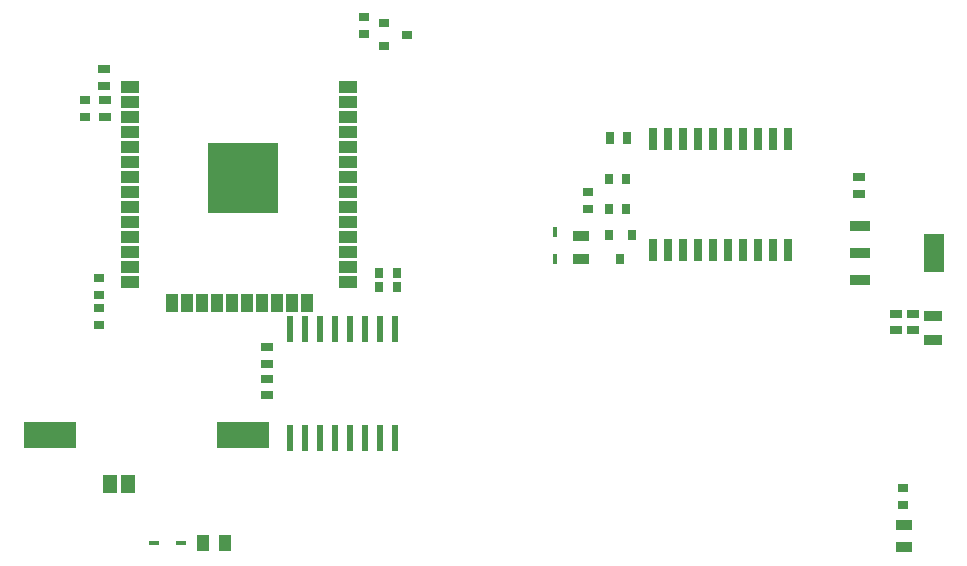
<source format=gbr>
G04 EAGLE Gerber RS-274X export*
G75*
%MOMM*%
%FSLAX34Y34*%
%LPD*%
%INSolderpaste Top*%
%IPPOS*%
%AMOC8*
5,1,8,0,0,1.08239X$1,22.5*%
G01*
%ADD10R,0.900000X0.800000*%
%ADD11R,0.600000X2.200000*%
%ADD12R,1.500000X1.000000*%
%ADD13R,1.000000X1.500000*%
%ADD14R,6.000000X6.000000*%
%ADD15R,0.900000X0.650000*%
%ADD16R,0.800000X0.900000*%
%ADD17R,0.650000X0.900000*%
%ADD18R,0.420000X0.820000*%
%ADD19R,1.400000X0.900000*%
%ADD20R,4.500000X2.300000*%
%ADD21R,0.980000X0.780000*%
%ADD22R,0.820000X0.420000*%
%ADD23R,1.000000X1.400000*%
%ADD24R,0.650000X1.950000*%
%ADD25R,0.780000X0.980000*%
%ADD26R,1.750000X0.950000*%
%ADD27R,1.750000X3.200000*%
%ADD28R,1.520000X0.930000*%
%ADD29R,1.168400X1.600200*%


D10*
X317914Y463652D03*
X317914Y444652D03*
X337914Y454152D03*
D11*
X251714Y113004D03*
X277114Y205004D03*
X239014Y113004D03*
X264414Y113004D03*
X277114Y113004D03*
X264414Y205004D03*
X289814Y205004D03*
X302514Y205004D03*
X302514Y113004D03*
X327914Y205004D03*
X289814Y113004D03*
X315214Y113004D03*
X315214Y205004D03*
X327914Y113004D03*
X251714Y205004D03*
X239014Y205004D03*
D12*
X103080Y371498D03*
X103080Y358798D03*
X103080Y346098D03*
X103080Y333398D03*
X103080Y320698D03*
X103080Y307998D03*
X103080Y295298D03*
X103080Y282598D03*
D13*
X252880Y227098D03*
D12*
X288080Y244498D03*
X288080Y257198D03*
X288080Y269898D03*
X288080Y282598D03*
X288080Y295298D03*
X288080Y307998D03*
X288080Y320698D03*
D13*
X163980Y227098D03*
D12*
X103080Y269898D03*
X103080Y257198D03*
X103080Y244498D03*
D13*
X138580Y227098D03*
X151280Y227098D03*
D12*
X103080Y384198D03*
X103080Y396898D03*
X103080Y409598D03*
D13*
X176680Y227098D03*
X189380Y227098D03*
X202080Y227098D03*
X240180Y227098D03*
X227480Y227098D03*
X214780Y227098D03*
D12*
X288080Y333398D03*
X288080Y346098D03*
X288080Y358798D03*
X288080Y371498D03*
X288080Y384198D03*
X288080Y396898D03*
X288080Y409598D03*
D14*
X198580Y332598D03*
D15*
X301244Y454776D03*
X301244Y469276D03*
D16*
X527914Y284320D03*
X508914Y284320D03*
X518414Y264320D03*
D17*
X508624Y331978D03*
X523124Y331978D03*
X508878Y306324D03*
X523378Y306324D03*
D18*
X463042Y286836D03*
X463042Y263836D03*
D19*
X484632Y264312D03*
X484632Y283312D03*
D15*
X491236Y306694D03*
X491236Y321194D03*
D17*
X328814Y252222D03*
X314314Y252222D03*
X328814Y240538D03*
X314314Y240538D03*
D20*
X199094Y115316D03*
X35094Y115316D03*
D21*
X219202Y162956D03*
X219202Y148956D03*
X218948Y189372D03*
X218948Y175372D03*
D22*
X123120Y23876D03*
X146120Y23876D03*
D23*
X164744Y23876D03*
X183744Y23876D03*
D24*
X545592Y271520D03*
X558292Y271520D03*
X570992Y271520D03*
X583692Y271520D03*
X596392Y271520D03*
X609092Y271520D03*
X621792Y271520D03*
X634492Y271520D03*
X647192Y271520D03*
X659892Y271520D03*
X659892Y366020D03*
X647192Y366020D03*
X634492Y366020D03*
X621792Y366020D03*
X609092Y366020D03*
X596392Y366020D03*
X583692Y366020D03*
X570992Y366020D03*
X558292Y366020D03*
X545592Y366020D03*
D25*
X509636Y366522D03*
X523636Y366522D03*
D21*
X81534Y424830D03*
X81534Y410830D03*
D15*
X76962Y223150D03*
X76962Y208650D03*
X76708Y248296D03*
X76708Y233796D03*
X65024Y398664D03*
X65024Y384164D03*
D21*
X81788Y398668D03*
X81788Y384668D03*
D26*
X721102Y292240D03*
X721102Y269240D03*
X721102Y246240D03*
D27*
X784102Y269240D03*
D21*
X751586Y204074D03*
X751586Y218074D03*
X720090Y333390D03*
X720090Y319390D03*
D28*
X783336Y195994D03*
X783336Y215994D03*
D21*
X765810Y203820D03*
X765810Y217820D03*
D15*
X757936Y70496D03*
X757936Y55996D03*
D19*
X758444Y20218D03*
X758444Y39218D03*
D29*
X85852Y73406D03*
X101092Y73406D03*
M02*

</source>
